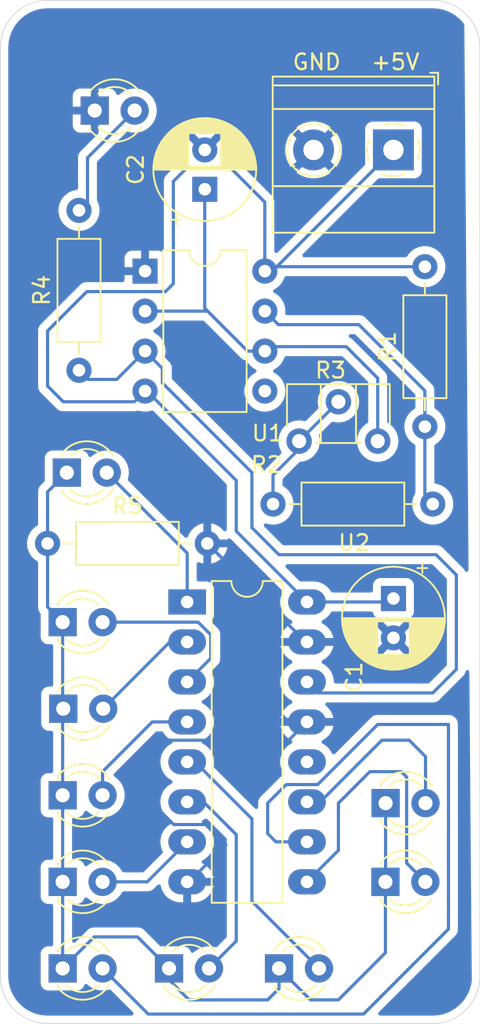
<source format=kicad_pcb>
(kicad_pcb (version 20240108) (generator "pcbnew") (generator_version "8.0")
  (title_block (title "Flowing LEDs") (date "2025-02-28") (company "Nihal Mohammed K"))
  (layers (0 "F.Cu" signal) (31 "B.Cu" signal) (34 "B.Paste" user) (35 "F.Paste" user) (36 "B.SilkS" user "B.Silkscreen") (37 "F.SilkS" user "F.Silkscreen") (38 "B.Mask" user) (39 "F.Mask" user) (44 "Edge.Cuts" user))
  (net 0 "")
  (net 1 "+5V")
  (net 2 "GND")
  (net 3 "Net-(U1-THR)")
  (net 4 "Net-(D1-A)")
  (net 5 "Net-(D2-A)")
  (net 6 "Net-(D3-A)")
  (net 7 "Net-(D4-A)")
  (net 8 "Net-(D5-A)")
  (net 9 "Net-(D6-A)")
  (net 10 "Net-(D7-A)")
  (net 11 "Net-(D8-A)")
  (net 12 "Net-(D9-A)")
  (net 13 "Net-(D10-A)")
  (net 14 "Net-(D1-K)")
  (net 15 "Net-(U1-DIS)")
  (net 16 "Net-(U1-Q)")
  (net 19 "Net-(D555LED1-A)")
  (net 20 "Net-(R2-Pad2)")
  (footprint "LED_THT:LED_D3.0mm" (layer "F.Cu") (at 82.95 122)
    (property "Reference" "D9" (hide yes))
    (property "Value" "LED" (hide yes))
    (pad "1" thru_hole rect (at 0 0) (size 1.8 1.8) (drill 0.9) (layers "*.Cu" "*.Mask") (net 14 "Net-(D1-K)"))
    (pad "2" thru_hole circle (at 2.54 0) (size 1.8 1.8) (drill 0.9) (layers "*.Cu" "*.Mask") (net 12 "Net-(D9-A)"))
  )
  (footprint "LED_THT:LED_D3.0mm" (layer "F.Cu") (at 62.42 116.5)
    (property "Reference" "D3" (hide yes))
    (property "Value" "LED" (hide yes))
    (pad "1" thru_hole rect (at 0 0) (size 1.8 1.8) (drill 0.9) (layers "*.Cu" "*.Mask") (net 14 "Net-(D1-K)"))
    (pad "2" thru_hole circle (at 2.54 0) (size 1.8 1.8) (drill 0.9) (layers "*.Cu" "*.Mask") (net 6 "Net-(D3-A)"))
  )
  (footprint "LED_THT:LED_D3.0mm" (layer "F.Cu") (at 69.185 127.5)
    (property "Reference" "D8" (hide yes))
    (property "Value" "LED" (hide yes))
    (pad "1" thru_hole rect (at 0 0) (size 1.8 1.8) (drill 0.9) (layers "*.Cu" "*.Mask") (net 14 "Net-(D1-K)"))
    (pad "2" thru_hole circle (at 2.54 0) (size 1.8 1.8) (drill 0.9) (layers "*.Cu" "*.Mask") (net 11 "Net-(D8-A)"))
  )
  (footprint "Resistor_THT:R_Axial_DIN0207_L6.3mm_D2.5mm_P10.16mm_Horizontal" (layer "F.Cu") (at 63.46 89.5 90)
    (property "Reference" "R4" (at 5.08 -2.37 90) (layer "F.SilkS"))
    (property "Value" "1k")
    (pad "1" thru_hole circle (at 0 0 90) (size 1.6 1.6) (drill 0.8) (layers "*.Cu" "*.Mask") (net 16 "Net-(U1-Q)"))
    (pad "2" thru_hole oval (at 10.16 0 90) (size 1.6 1.6) (drill 0.8) (layers "*.Cu" "*.Mask") (net 19 "Net-(D555LED1-A)"))
  )
  (footprint "TerminalBlock_Phoenix:TerminalBlock_Phoenix_MKDS-1,5-2-5.08_1x02_P5.08mm_Horizontal" (layer "F.Cu") (at 83.46 75.5 180)
    (property "Reference" "J1" (hide yes))
    (property "Value" "PWR")
    (pad "1" thru_hole rect (at 0 0 180) (size 2.6 2.6) (drill 1.3) (layers "*.Cu" "*.Mask") (net 1 "+5V"))
    (pad "2" thru_hole circle (at 5.08 0 180) (size 2.6 2.6) (drill 1.3) (layers "*.Cu" "*.Mask") (net 2 "GND"))
  )
  (footprint "LED_THT:LED_D3.0mm" (layer "F.Cu") (at 82.96 117)
    (property "Reference" "D10" (hide yes))
    (property "Value" "LED" (hide yes))
    (pad "1" thru_hole rect (at 0 0) (size 1.8 1.8) (drill 0.9) (layers "*.Cu" "*.Mask") (net 14 "Net-(D1-K)"))
    (pad "2" thru_hole circle (at 2.54 0) (size 1.8 1.8) (drill 0.9) (layers "*.Cu" "*.Mask") (net 13 "Net-(D10-A)"))
  )
  (footprint "LED_THT:LED_D3.0mm" (layer "F.Cu") (at 62.42 127.5)
    (property "Reference" "D5" (hide yes))
    (property "Value" "LED" (hide yes))
    (pad "1" thru_hole rect (at 0 0) (size 1.8 1.8) (drill 0.9) (layers "*.Cu" "*.Mask") (net 14 "Net-(D1-K)"))
    (pad "2" thru_hole circle (at 2.54 0) (size 1.8 1.8) (drill 0.9) (layers "*.Cu" "*.Mask") (net 8 "Net-(D5-A)"))
  )
  (footprint "LED_THT:LED_D3.0mm" (layer "F.Cu") (at 64.46 73)
    (property "Reference" "D555LED1" (hide yes))
    (property "Value" "LED")
    (pad "1" thru_hole rect (at 0 0) (size 1.8 1.8) (drill 0.9) (layers "*.Cu" "*.Mask") (net 2 "GND"))
    (pad "2" thru_hole circle (at 2.54 0) (size 1.8 1.8) (drill 0.9) (layers "*.Cu" "*.Mask") (net 19 "Net-(D555LED1-A)"))
  )
  (footprint "Package_DIP:DIP-8_W7.62mm" (layer "F.Cu") (at 67.66 83.2)
    (property "Reference" "U1" (at 7.8 10.3 0) (layer "F.SilkS"))
    (property "Value" "NE555P")
    (pad "1" thru_hole rect (at 0 0) (size 1.6 1.6) (drill 0.8) (layers "*.Cu" "*.Mask") (net 2 "GND"))
    (pad "2" thru_hole oval (at 0 2.54) (size 1.6 1.6) (drill 0.8) (layers "*.Cu" "*.Mask") (net 3 "Net-(U1-THR)"))
    (pad "3" thru_hole oval (at 0 5.08) (size 1.6 1.6) (drill 0.8) (layers "*.Cu" "*.Mask") (net 16 "Net-(U1-Q)"))
    (pad "4" thru_hole oval (at 0 7.62) (size 1.6 1.6) (drill 0.8) (layers "*.Cu" "*.Mask") (net 1 "+5V"))
    (pad "5" thru_hole oval (at 7.62 7.62) (size 1.6 1.6) (drill 0.8) (layers "*.Cu" "*.Mask"))
    (pad "6" thru_hole oval (at 7.62 5.08) (size 1.6 1.6) (drill 0.8) (layers "*.Cu" "*.Mask") (net 3 "Net-(U1-THR)"))
    (pad "7" thru_hole oval (at 7.62 2.54) (size 1.6 1.6) (drill 0.8) (layers "*.Cu" "*.Mask") (net 15 "Net-(U1-DIS)"))
    (pad "8" thru_hole oval (at 7.62 0) (size 1.6 1.6) (drill 0.8) (layers "*.Cu" "*.Mask") (net 1 "+5V"))
  )
  (footprint "Capacitor_THT:CP_Radial_D6.3mm_P2.50mm" (layer "F.Cu") (at 71.46 78 90)
    (property "Reference" "C2" (at 1.25 -4.4 90) (layer "F.SilkS"))
    (property "Value" "1uF")
    (pad "1" thru_hole rect (at 0 0 90) (size 1.6 1.6) (drill 0.8) (layers "*.Cu" "*.Mask") (net 3 "Net-(U1-THR)"))
    (pad "2" thru_hole circle (at 2.5 0 90) (size 1.6 1.6) (drill 0.8) (layers "*.Cu" "*.Mask") (net 2 "GND"))
  )
  (footprint "Resistor_THT:R_Axial_DIN0207_L6.3mm_D2.5mm_P10.16mm_Horizontal" (layer "F.Cu") (at 85.96 98 180)
    (property "Reference" "R2" (at 10.58 2.5 0) (layer "F.SilkS"))
    (property "Value" "10k")
    (pad "1" thru_hole circle (at 0 0 180) (size 1.6 1.6) (drill 0.8) (layers "*.Cu" "*.Mask") (net 15 "Net-(U1-DIS)"))
    (pad "2" thru_hole oval (at 10.16 0 180) (size 1.6 1.6) (drill 0.8) (layers "*.Cu" "*.Mask") (net 20 "Net-(R2-Pad2)"))
  )
  (footprint "Capacitor_THT:CP_Radial_D6.3mm_P2.50mm" (layer "F.Cu") (at 83.46 104 -90)
    (property "Reference" "C1" (at 5 2.5 90) (layer "F.SilkS"))
    (property "Value" "1uF")
    (pad "1" thru_hole rect (at 0 0 270) (size 1.6 1.6) (drill 0.8) (layers "*.Cu" "*.Mask") (net 1 "+5V"))
    (pad "2" thru_hole circle (at 2.5 0 270) (size 1.6 1.6) (drill 0.8) (layers "*.Cu" "*.Mask") (net 2 "GND"))
  )
  (footprint "Potentiometer_THT:Potentiometer_ACP_CA6-H2,5_Horizontal" (layer "F.Cu") (at 77.46 94 90)
    (property "Reference" "R3" (at 4.5 2 0) (layer "F.SilkS"))
    (property "Value" "50k")
    (pad "1" thru_hole circle (at 0 0 90) (size 1.62 1.62) (drill 0.9) (layers "*.Cu" "*.Mask") (net 20 "Net-(R2-Pad2)"))
    (pad "2" thru_hole circle (at 2.5 2.5 90) (size 1.62 1.62) (drill 0.9) (layers "*.Cu" "*.Mask") (net 20 "Net-(R2-Pad2)"))
    (pad "3" thru_hole circle (at 0 5 90) (size 1.62 1.62) (drill 0.9) (layers "*.Cu" "*.Mask") (net 3 "Net-(U1-THR)"))
  )
  (footprint "LED_THT:LED_D3.0mm" (layer "F.Cu") (at 62.46 111)
    (property "Reference" "D2" (hide yes))
    (property "Value" "LED" (hide yes))
    (pad "1" thru_hole rect (at 0 0) (size 1.8 1.8) (drill 0.9) (layers "*.Cu" "*.Mask") (net 14 "Net-(D1-K)"))
    (pad "2" thru_hole circle (at 2.54 0) (size 1.8 1.8) (drill 0.9) (layers "*.Cu" "*.Mask") (net 5 "Net-(D2-A)"))
  )
  (footprint "LED_THT:LED_D3.0mm" (layer "F.Cu") (at 62.42 105.5)
    (property "Reference" "D1" (hide yes))
    (property "Value" "LED" (hide yes))
    (pad "1" thru_hole rect (at 0 0) (size 1.8 1.8) (drill 0.9) (layers "*.Cu" "*.Mask") (net 14 "Net-(D1-K)"))
    (pad "2" thru_hole circle (at 2.54 0) (size 1.8 1.8) (drill 0.9) (layers "*.Cu" "*.Mask") (net 4 "Net-(D1-A)"))
  )
  (footprint "Resistor_THT:R_Axial_DIN0207_L6.3mm_D2.5mm_P10.16mm_Horizontal" (layer "F.Cu") (at 85.46 93.08 90)
    (property "Reference" "R1" (at 5.08 -2.37 90) (layer "F.SilkS"))
    (property "Value" "2k2")
    (pad "1" thru_hole circle (at 0 0 90) (size 1.6 1.6) (drill 0.8) (layers "*.Cu" "*.Mask") (net 15 "Net-(U1-DIS)"))
    (pad "2" thru_hole oval (at 10.16 0 90) (size 1.6 1.6) (drill 0.8) (layers "*.Cu" "*.Mask") (net 1 "+5V"))
  )
  (footprint "LED_THT:LED_D3.0mm" (layer "F.Cu") (at 76.185 127.5)
    (property "Reference" "D7" (hide yes))
    (property "Value" "LED" (hide yes))
    (pad "1" thru_hole rect (at 0 0) (size 1.8 1.8) (drill 0.9) (layers "*.Cu" "*.Mask") (net 14 "Net-(D1-K)"))
    (pad "2" thru_hole circle (at 2.54 0) (size 1.8 1.8) (drill 0.9) (layers "*.Cu" "*.Mask") (net 10 "Net-(D7-A)"))
  )
  (footprint "Resistor_THT:R_Axial_DIN0207_L6.3mm_D2.5mm_P10.16mm_Horizontal" (layer "F.Cu") (at 61.46 100.5)
    (property "Reference" "R5" (at 5.08 -2.37 0) (layer "F.SilkS"))
    (property "Value" "470")
    (pad "1" thru_hole circle (at 0 0) (size 1.6 1.6) (drill 0.8) (layers "*.Cu" "*.Mask") (net 14 "Net-(D1-K)"))
    (pad "2" thru_hole oval (at 10.16 0) (size 1.6 1.6) (drill 0.8) (layers "*.Cu" "*.Mask") (net 2 "GND"))
  )
  (footprint "LED_THT:LED_D3.0mm" (layer "F.Cu") (at 62.685 96)
    (property "Reference" "D6" (hide yes))
    (property "Value" "LED" (hide yes))
    (pad "1" thru_hole rect (at 0 0) (size 1.8 1.8) (drill 0.9) (layers "*.Cu" "*.Mask") (net 14 "Net-(D1-K)"))
    (pad "2" thru_hole circle (at 2.54 0) (size 1.8 1.8) (drill 0.9) (layers "*.Cu" "*.Mask") (net 9 "Net-(D6-A)"))
  )
  (footprint "LED_THT:LED_D3.0mm" (layer "F.Cu") (at 62.42 122)
    (property "Reference" "D4" (hide yes))
    (property "Value" "LED" (hide yes))
    (pad "1" thru_hole rect (at 0 0) (size 1.8 1.8) (drill 0.9) (layers "*.Cu" "*.Mask") (net 14 "Net-(D1-K)"))
    (pad "2" thru_hole circle (at 2.54 0) (size 1.8 1.8) (drill 0.9) (layers "*.Cu" "*.Mask") (net 7 "Net-(D4-A)"))
  )
  (footprint "Package_DIP:CERDIP-16_W7.62mm_SideBrazed_LongPads" (layer "F.Cu") (at 70.34 104.22)
    (property "Reference" "U2" (at 10.62 -3.76 0) (layer "F.SilkS"))
    (property "Value" "4017")
    (pad "1" thru_hole rect (at 0 0) (size 2.4 1.6) (drill 0.8) (layers "*.Cu" "*.Mask") (net 9 "Net-(D6-A)"))
    (pad "2" thru_hole oval (at 0 2.54) (size 2.4 1.6) (drill 0.8) (layers "*.Cu" "*.Mask") (net 5 "Net-(D2-A)"))
    (pad "3" thru_hole oval (at 0 5.08) (size 2.4 1.6) (drill 0.8) (layers "*.Cu" "*.Mask") (net 4 "Net-(D1-A)"))
    (pad "4" thru_hole oval (at 0 7.62) (size 2.4 1.6) (drill 0.8) (layers "*.Cu" "*.Mask") (net 6 "Net-(D3-A)"))
    (pad "5" thru_hole oval (at 0 10.16) (size 2.4 1.6) (drill 0.8) (layers "*.Cu" "*.Mask") (net 10 "Net-(D7-A)"))
    (pad "6" thru_hole oval (at 0 12.7) (size 2.4 1.6) (drill 0.8) (layers "*.Cu" "*.Mask") (net 11 "Net-(D8-A)"))
    (pad "7" thru_hole oval (at 0 15.24) (size 2.4 1.6) (drill 0.8) (layers "*.Cu" "*.Mask") (net 7 "Net-(D4-A)"))
    (pad "8" thru_hole oval (at 0 17.78) (size 2.4 1.6) (drill 0.8) (layers "*.Cu" "*.Mask") (net 2 "GND"))
    (pad "9" thru_hole oval (at 7.62 17.78) (size 2.4 1.6) (drill 0.8) (layers "*.Cu" "*.Mask") (net 12 "Net-(D9-A)"))
    (pad "10" thru_hole oval (at 7.62 15.24) (size 2.4 1.6) (drill 0.8) (layers "*.Cu" "*.Mask") (net 8 "Net-(D5-A)"))
    (pad "11" thru_hole oval (at 7.62 12.7) (size 2.4 1.6) (drill 0.8) (layers "*.Cu" "*.Mask") (net 13 "Net-(D10-A)"))
    (pad "12" thru_hole oval (at 7.62 10.16) (size 2.4 1.6) (drill 0.8) (layers "*.Cu" "*.Mask"))
    (pad "13" thru_hole oval (at 7.62 7.62) (size 2.4 1.6) (drill 0.8) (layers "*.Cu" "*.Mask") (net 2 "GND"))
    (pad "14" thru_hole oval (at 7.62 5.08) (size 2.4 1.6) (drill 0.8) (layers "*.Cu" "*.Mask") (net 16 "Net-(U1-Q)"))
    (pad "15" thru_hole oval (at 7.62 2.54) (size 2.4 1.6) (drill 0.8) (layers "*.Cu" "*.Mask") (net 2 "GND"))
    (pad "16" thru_hole oval (at 7.62 0) (size 2.4 1.6) (drill 0.8) (layers "*.Cu" "*.Mask") (net 1 "+5V"))
  )
  (gr_line (start 58.46 128) (end 58.46 69) (stroke (width 0.05)) (layer "Edge.Cuts"))
  (gr_arc (start 85.96 66) (mid 88.08132 66.87868) (end 88.96 69) (stroke (width 0.05)) (layer "Edge.Cuts"))
  (gr_arc (start 88.96 128) (mid 88.08132 130.12132) (end 85.96 131) (stroke (width 0.05)) (layer "Edge.Cuts"))
  (gr_arc (start 58.46 69) (mid 59.33868 66.87868) (end 61.46 66) (stroke (width 0.05)) (layer "Edge.Cuts"))
  (gr_arc (start 61.46 131) (mid 59.33868 130.12132) (end 58.46 128) (stroke (width 0.05)) (layer "Edge.Cuts"))
  (gr_line (start 85.96 131) (end 61.46 131) (stroke (width 0.05)) (layer "Edge.Cuts"))
  (gr_line (start 61.46 66) (end 85.96 66) (stroke (width 0.05)) (layer "Edge.Cuts"))
  (gr_line (start 88.96 69) (end 88.96 128) (stroke (width 0.05)) (layer "Edge.Cuts"))
  (gr_text "GND" (at 76.96 70.5 0) (layer "F.SilkS") (effects (font (size 1 1)) (justify left bottom)))
  (gr_text "+5V" (at 81.96 70.5 0) (layer "F.SilkS") (effects (font (size 1 1)) (justify left bottom)))
  (segment (start 67.78 90.82) (end 73.46 96.5) (width 0.2) (layer "B.Cu") (net 1))
  (segment (start 73.46 99.72) (end 77.96 104.22) (width 0.2) (layer "B.Cu") (net 1))
  (segment (start 77.96 104.22) (end 83.24 104.22) (width 0.2) (layer "B.Cu") (net 1))
  (segment (start 67.66 90.82) (end 67.78 90.82) (width 0.2) (layer "B.Cu") (net 1))
  (segment (start 75.28 78.82) (end 75.28 83.2) (width 0.2) (layer "B.Cu") (net 1))
  (segment (start 75.76 83.2) (end 75.28 83.2) (width 0.2) (layer "B.Cu") (net 1))
  (segment (start 83.46 75.5) (end 75.76 83.2) (width 0.2) (layer "B.Cu") (net 1))
  (segment (start 69.46 84) (end 69.46 77.5) (width 0.2) (layer "B.Cu") (net 1))
  (segment (start 85.46 82.92) (end 75.56 82.92) (width 0.2) (layer "B.Cu") (net 1))
  (segment (start 61.46 87) (end 63.96 84.5) (width 0.2) (layer "B.Cu") (net 1))
  (segment (start 66.98 91.5) (end 62.46 91.5) (width 0.2) (layer "B.Cu") (net 1))
  (segment (start 67.66 90.82) (end 66.98 91.5) (width 0.2) (layer "B.Cu") (net 1))
  (segment (start 73.46 96.5) (end 73.46 99.72) (width 0.2) (layer "B.Cu") (net 1))
  (segment (start 63.96 84.5) (end 68.96 84.5) (width 0.2) (layer "B.Cu") (net 1))
  (segment (start 62.46 91.5) (end 61.46 90.5) (width 0.2) (layer "B.Cu") (net 1))
  (segment (start 73.06 76.6) (end 75.28 78.82) (width 0.2) (layer "B.Cu") (net 1))
  (segment (start 70.36 76.6) (end 73.06 76.6) (width 0.2) (layer "B.Cu") (net 1))
  (segment (start 69.46 77.5) (end 70.36 76.6) (width 0.2) (layer "B.Cu") (net 1))
  (segment (start 75.56 82.92) (end 75.28 83.2) (width 0.2) (layer "B.Cu") (net 1))
  (segment (start 61.46 90.5) (end 61.46 87) (width 0.2) (layer "B.Cu") (net 1))
  (segment (start 68.96 84.5) (end 69.46 84) (width 0.2) (layer "B.Cu") (net 1))
  (segment (start 83.24 104.22) (end 83.46 104) (width 0.2) (layer "B.Cu") (net 1))
  (segment (start 71.62 100.5) (end 77.88 106.76) (width 0.2) (layer "B.Cu") (net 2))
  (segment (start 70.34 122) (end 70.46 122) (width 0.2) (layer "B.Cu") (net 2))
  (segment (start 72.80391 119.656091) (end 71.507819 118.36) (width 0.2) (layer "B.Cu") (net 2))
  (segment (start 71.507819 118.36) (end 69.484365 118.36) (width 0.2) (layer "B.Cu") (net 2))
  (segment (start 67.46 114.565686) (end 69.025686 113) (width 0.2) (layer "B.Cu") (net 2))
  (segment (start 67.46 116.335635) (end 67.46 114.565686) (width 0.2) (layer "B.Cu") (net 2))
  (segment (start 75.46 110.5) (end 75.46 104.34) (width 0.2) (layer "B.Cu") (net 2))
  (segment (start 76.8 113) (end 77.96 111.84) (width 0.2) (layer "B.Cu") (net 2))
  (segment (start 77.88 106.76) (end 77.96 106.76) (width 0.2) (layer "B.Cu") (net 2))
  (segment (start 69.025686 113) (end 76.8 113) (width 0.2) (layer "B.Cu") (net 2))
  (segment (start 75.46 104.34) (end 71.62 100.5) (width 0.2) (layer "B.Cu") (net 2))
  (segment (start 69.484365 118.36) (end 67.46 116.335635) (width 0.2) (layer "B.Cu") (net 2))
  (segment (start 76.8 111.84) (end 75.46 110.5) (width 0.2) (layer "B.Cu") (net 2))
  (segment (start 70.46 122) (end 72.80391 119.656091) (width 0.2) (layer "B.Cu") (net 2))
  (segment (start 77.96 111.84) (end 76.8 111.84) (width 0.2) (layer "B.Cu") (net 2))
  (segment (start 71.46 85.56) (end 71.64 85.74) (width 0.2) (layer "B.Cu") (net 3))
  (segment (start 80.46 88) (end 82.46 90) (width 0.2) (layer "B.Cu") (net 3))
  (segment (start 75.56 88) (end 75.28 88.28) (width 0.2) (layer "B.Cu") (net 3))
  (segment (start 71.46 78) (end 71.46 85.56) (width 0.2) (layer "B.Cu") (net 3))
  (segment (start 80.46 88) (end 75.56 88) (width 0.2) (layer "B.Cu") (net 3))
  (segment (start 74.18 88.28) (end 71.64 85.74) (width 0.2) (layer "B.Cu") (net 3))
  (segment (start 71.64 85.74) (end 67.66 85.74) (width 0.2) (layer "B.Cu") (net 3))
  (segment (start 82.46 90) (end 82.46 94) (width 0.2) (layer "B.Cu") (net 3))
  (segment (start 75.28 88.28) (end 74.18 88.28) (width 0.2) (layer "B.Cu") (net 3))
  (segment (start 70.34 109.3) (end 71.84 107.8) (width 0.2) (layer "B.Cu") (net 4))
  (segment (start 71.84 106.304365) (end 71.035635 105.5) (width 0.2) (layer "B.Cu") (net 4))
  (segment (start 71.84 107.8) (end 71.84 106.304365) (width 0.2) (layer "B.Cu") (net 4))
  (segment (start 71.035635 105.5) (end 64.96 105.5) (width 0.2) (layer "B.Cu") (net 4))
  (segment (start 69.24 106.76) (end 65 111) (width 0.2) (layer "B.Cu") (net 5))
  (segment (start 70.34 106.76) (end 69.24 106.76) (width 0.2) (layer "B.Cu") (net 5))
  (segment (start 64.96 115) (end 68.12 111.84) (width 0.2) (layer "B.Cu") (net 6))
  (segment (start 68.12 111.84) (end 70.34 111.84) (width 0.2) (layer "B.Cu") (net 6))
  (segment (start 64.96 116.5) (end 64.96 115) (width 0.2) (layer "B.Cu") (net 6))
  (segment (start 67.8 122) (end 70.34 119.46) (width 0.2) (layer "B.Cu") (net 7))
  (segment (start 64.96 122) (end 67.8 122) (width 0.2) (layer "B.Cu") (net 7))
  (segment (start 75.985686 119.46) (end 77.96 119.46) (width 0.2) (layer "B.Cu") (net 8))
  (segment (start 86.96 125) (end 86.96 112) (width 0.2) (layer "B.Cu") (net 8))
  (segment (start 86.96 112) (end 82.46 112) (width 0.2) (layer "B.Cu") (net 8))
  (segment (start 76.64 115.82) (end 75.46 117) (width 0.2) (layer "B.Cu") (net 8))
  (segment (start 81.56 130.4) (end 86.96 125) (width 0.2) (layer "B.Cu") (net 8))
  (segment (start 67.86 130.4) (end 81.56 130.4) (width 0.2) (layer "B.Cu") (net 8))
  (segment (start 64.96 127.5) (end 67.86 130.4) (width 0.2) (layer "B.Cu") (net 8))
  (segment (start 78.64 115.82) (end 76.64 115.82) (width 0.2) (layer "B.Cu") (net 8))
  (segment (start 75.46 118.934314) (end 75.985686 119.46) (width 0.2) (layer "B.Cu") (net 8))
  (segment (start 82.46 112) (end 78.64 115.82) (width 0.2) (layer "B.Cu") (net 8))
  (segment (start 75.46 117) (end 75.46 118.934314) (width 0.2) (layer "B.Cu") (net 8))
  (segment (start 65.225 96) (end 70.34 101.115) (width 0.2) (layer "B.Cu") (net 9))
  (segment (start 70.34 101.115) (end 70.34 104.22) (width 0.2) (layer "B.Cu") (net 9))
  (segment (start 74.46 123.235) (end 78.725 127.5) (width 0.2) (layer "B.Cu") (net 10))
  (segment (start 74.46 118) (end 74.46 123.235) (width 0.2) (layer "B.Cu") (net 10))
  (segment (start 70.84 114.38) (end 74.46 118) (width 0.2) (layer "B.Cu") (net 10))
  (segment (start 70.34 114.38) (end 70.84 114.38) (width 0.2) (layer "B.Cu") (net 10))
  (segment (start 73.46 119) (end 71.38 116.92) (width 0.2) (layer "B.Cu") (net 11))
  (segment (start 71.725 127.5) (end 73.46 125.765) (width 0.2) (layer "B.Cu") (net 11))
  (segment (start 71.38 116.92) (end 70.34 116.92) (width 0.2) (layer "B.Cu") (net 11))
  (segment (start 73.46 125.765) (end 73.46 119) (width 0.2) (layer "B.Cu") (net 11))
  (segment (start 85.49 122) (end 84.3 120.81) (width 0.2) (layer "B.Cu") (net 12))
  (segment (start 84.3 115.34) (end 83.96 115) (width 0.2) (layer "B.Cu") (net 12))
  (segment (start 84.3 120.81) (end 84.3 115.34) (width 0.2) (layer "B.Cu") (net 12))
  (segment (start 79.96 117) (end 79.96 120) (width 0.2) (layer "B.Cu") (net 12))
  (segment (start 81.96 115) (end 79.96 117) (width 0.2) (layer "B.Cu") (net 12))
  (segment (start 79.96 120) (end 77.96 122) (width 0.2) (layer "B.Cu") (net 12))
  (segment (start 83.96 115) (end 81.96 115) (width 0.2) (layer "B.Cu") (net 12))
  (segment (start 85.5 117) (end 85.5 114.04) (width 0.2) (layer "B.Cu") (net 13))
  (segment (start 82.726421 113) (end 78.806421 116.92) (width 0.2) (layer "B.Cu") (net 13))
  (segment (start 85.735 116.54364) (end 85.5 116.30864) (width 0.2) (layer "B.Cu") (net 13))
  (segment (start 85.5 114.04) (end 84.46 113) (width 0.2) (layer "B.Cu") (net 13))
  (segment (start 78.806421 116.92) (end 77.96 116.92) (width 0.2) (layer "B.Cu") (net 13))
  (segment (start 84.46 113) (end 82.726421 113) (width 0.2) (layer "B.Cu") (net 13))
  (segment (start 76.185 128.775) (end 76.185 127.5) (width 0.2) (layer "B.Cu") (net 14))
  (segment (start 69.185 128.225) (end 70.46 129.5) (width 0.2) (layer "B.Cu") (net 14))
  (segment (start 69.185 127.5) (end 69.185 128.225) (width 0.2) (layer "B.Cu") (net 14))
  (segment (start 64.42 125.5) (end 67.185 125.5) (width 0.2) (layer "B.Cu") (net 14))
  (segment (start 82.95 126.51) (end 79.96 129.5) (width 0.2) (layer "B.Cu") (net 14))
  (segment (start 61.46 100.5) (end 61.46 104.54) (width 0.2) (layer "B.Cu") (net 14))
  (segment (start 61.46 97.225) (end 62.685 96) (width 0.2) (layer "B.Cu") (net 14))
  (segment (start 82.96 117) (end 82.96 121.99) (width 0.2) (layer "B.Cu") (net 14))
  (segment (start 61.46 100.5) (end 61.46 97.225) (width 0.2) (layer "B.Cu") (net 14))
  (segment (start 75.46 129.5) (end 76.185 128.775) (width 0.2) (layer "B.Cu") (net 14))
  (segment (start 70.46 129.5) (end 75.46 129.5) (width 0.2) (layer "B.Cu") (net 14))
  (segment (start 62.42 105.5) (end 62.42 127.5) (width 0.2) (layer "B.Cu") (net 14))
  (segment (start 78.185 129.5) (end 76.185 127.5) (width 0.2) (layer "B.Cu") (net 14))
  (segment (start 62.42 127.5) (end 64.42 125.5) (width 0.2) (layer "B.Cu") (net 14))
  (segment (start 82.96 121.99) (end 82.95 122) (width 0.2) (layer "B.Cu") (net 14))
  (segment (start 79.96 129.5) (end 78.185 129.5) (width 0.2) (layer "B.Cu") (net 14))
  (segment (start 67.185 125.5) (end 69.185 127.5) (width 0.2) (layer "B.Cu") (net 14))
  (segment (start 82.95 122) (end 82.95 126.51) (width 0.2) (layer "B.Cu") (net 14))
  (segment (start 61.46 104.54) (end 62.42 105.5) (width 0.2) (layer "B.Cu") (net 14))
  (segment (start 76.14 86.6) (end 75.28 85.74) (width 0.2) (layer "B.Cu") (net 15))
  (segment (start 85.46 97.5) (end 85.46 93.08) (width 0.2) (layer "B.Cu") (net 15))
  (segment (start 85.96 98) (end 85.46 97.5) (width 0.2) (layer "B.Cu") (net 15))
  (segment (start 81.26 86.6) (end 76.14 86.6) (width 0.2) (layer "B.Cu") (net 15))
  (segment (start 85.46 90.8) (end 81.26 86.6) (width 0.2) (layer "B.Cu") (net 15))
  (segment (start 85.46 93.08) (end 85.46 90.8) (width 0.2) (layer "B.Cu") (net 15))
  (segment (start 74.46 96) (end 74.46 99.5) (width 0.2) (layer "B.Cu") (net 16))
  (segment (start 65.86 90.08) (end 67.66 88.28) (width 0.2) (layer "B.Cu") (net 16))
  (segment (start 86.177621 101.217621) (end 87.46 102.5) (width 0.2) (layer "B.Cu") (net 16))
  (segment (start 64.04 90.08) (end 65.86 90.08) (width 0.2) (layer "B.Cu") (net 16))
  (segment (start 68.76 90.3) (end 74.46 96) (width 0.2) (layer "B.Cu") (net 16))
  (segment (start 67.66 88.28) (end 68.76 89.38) (width 0.2) (layer "B.Cu") (net 16))
  (segment (start 85.96 110) (end 78.66 110) (width 0.2) (layer "B.Cu") (net 16))
  (segment (start 76.177621 101.217621) (end 86.177621 101.217621) (width 0.2) (layer "B.Cu") (net 16))
  (segment (start 87.46 102.5) (end 87.46 108.5) (width 0.2) (layer "B.Cu") (net 16))
  (segment (start 68.76 89.38) (end 68.76 90.3) (width 0.2) (layer "B.Cu") (net 16))
  (segment (start 78.66 110) (end 77.96 109.3) (width 0.2) (layer "B.Cu") (net 16))
  (segment (start 63.46 89.5) (end 64.04 90.08) (width 0.2) (layer "B.Cu") (net 16))
  (segment (start 74.46 99.5) (end 76.177621 101.217621) (width 0.2) (layer "B.Cu") (net 16))
  (segment (start 87.46 108.5) (end 85.96 110) (width 0.2) (layer "B.Cu") (net 16))
  (segment (start 64 78.8) (end 64 76) (width 0.2) (layer "B.Cu") (net 19))
  (segment (start 63.46 79.34) (end 64 78.8) (width 0.2) (layer "B.Cu") (net 19))
  (segment (start 64 76) (end 67 73) (width 0.2) (layer "B.Cu") (net 19))
  (segment (start 77.46 94.5) (end 75.8 96.16) (width 0.2) (layer "B.Cu") (net 20))
  (segment (start 75.8 96.16) (end 75.8 98) (width 0.2) (layer "B.Cu") (net 20))
  (segment (start 77.46 94) (end 77.46 94.5) (width 0.2) (layer "B.Cu") (net 20))
  (segment (start 79.96 91.5) (end 77.46 94) (width 0.2) (layer "B.Cu") (net 20))
  (zone (net 2) (net_name "GND") (layer "B.Cu") (connect_pads (clearance 0.5)) (min_thickness 0.25) (fill yes (thermal_gap 0.5) (thermal_bridge_width 0.5))
    (polygon (pts (xy 58.96 66.5) (xy 58.96 130.5) (xy 88.46 130.5) (xy 87.96 66.5)))
  )
)
</source>
